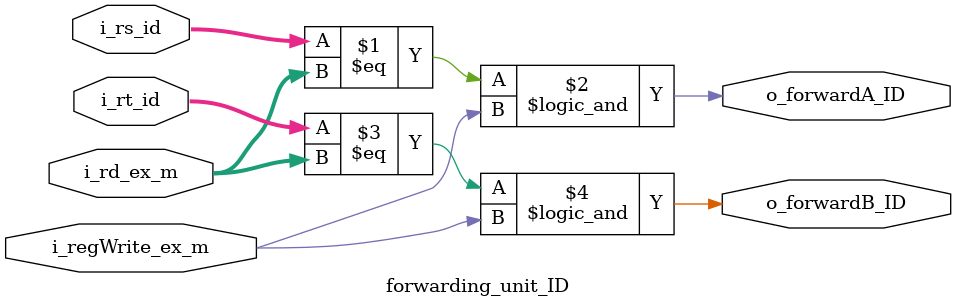
<source format=v>


module forwarding_unit_ID 
#(
    parameter NB_ADDR  = 5 // Default width for register addresses
) 
(
    input [NB_ADDR-1:0]     i_rs_id,          // rs address in ID stage
    input [NB_ADDR-1:0]     i_rt_id,          // rt address in ID stage
    input [NB_ADDR-1:0]     i_rd_ex_m,        // Destination register address in EX/MEM stage
    input                   i_regWrite_ex_m,  // Write enable signal from EX/MEM stage

    output                  o_forwardA_ID,    // Forwarding control for rs in ID stage
    output                  o_forwardB_ID     // Forwarding control for rt in ID stage
);

// Forwarding logic for rs register
assign o_forwardA_ID = (i_rs_id == i_rd_ex_m) && i_regWrite_ex_m;

// Forwarding logic for rt register
assign o_forwardB_ID = (i_rt_id == i_rd_ex_m) && i_regWrite_ex_m;

endmodule
</source>
